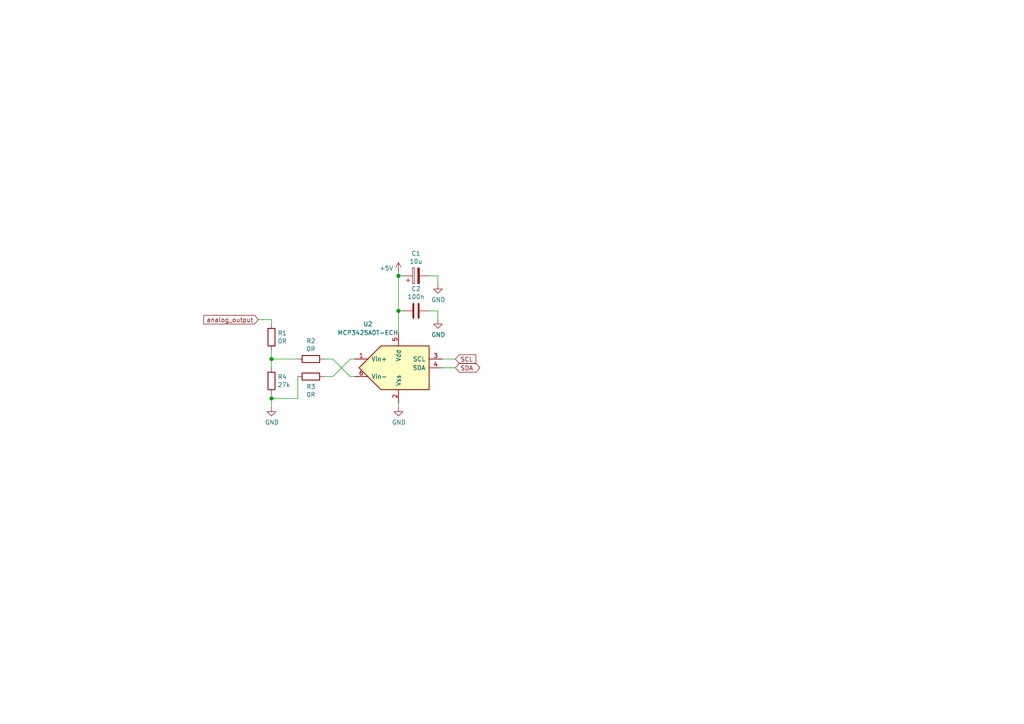
<source format=kicad_sch>
(kicad_sch (version 20231120) (generator "eeschema") (generator_version "8.0")
  (paper "A4")
  (lib_symbols
    (symbol "Analog_ADC:MCP3425A0T-ECH" (pin_names (offset 1.016))
      (property "Reference" "U" (at -10.16 7.62 0))
      (property "Value" "MCP3425A0T-ECH" (at 2.54 7.62 0))
      (symbol "MCP3425A0T-ECH_0_1"
        (polyline (pts (xy -5.08 6.35) (xy 8.89 6.35) (xy 8.89 0) (xy 8.89 -6.35) (xy -5.08 -6.35) (xy -11.43 0) (xy -5.08 6.35)) (stroke (width 0.254)) (fill (type background)))
      )
      (symbol "MCP3425A0T-ECH_1_1"
        (pin passive line (at -12.7 2.54 0) (length 3.81) (name "Vin+") (number "1"))
        (pin power_in line (at 0 -10.16 90) (length 3.81) (name "Vss") (number "2"))
        (pin input line (at 12.7 2.54 180) (length 3.81) (name "SCL") (number "3"))
        (pin bidirectional line (at 12.7 0 180) (length 3.81) (name "SDA") (number "4"))
        (pin power_in line (at 0 10.16 270) (length 3.81) (name "Vdd") (number "5"))
        (pin passive line (at -12.7 -2.54 0) (length 3.81) (name "Vin-") (number "6"))
      )
    )
    (symbol "Device:C" (pin_numbers hide) (pin_names (offset 0.254))
      (property "Reference" "C" (at 0.635 2.54 0))
      (property "Value" "C" (at 0.635 -2.54 0))
      (symbol "C_0_1"
        (polyline (pts (xy -2.032 -0.762) (xy 2.032 -0.762)) (stroke (width 0.508)))
        (polyline (pts (xy -2.032 0.762) (xy 2.032 0.762)) (stroke (width 0.508)))
      )
      (symbol "C_1_1"
        (pin passive line (at 0 3.81 270) (length 2.794) (name "~") (number "1"))
        (pin passive line (at 0 -3.81 90) (length 2.794) (name "~") (number "2"))
      )
    )
    (symbol "Device:CP" (pin_numbers hide) (pin_names (offset 0.254))
      (property "Reference" "C" (at 0.635 2.54 0))
      (property "Value" "CP" (at 0.635 -2.54 0))
      (symbol "CP_0_1"
        (rectangle (start -2.286 0.508) (end 2.286 1.016))
        (polyline (pts (xy -1.778 2.286) (xy -0.762 2.286)))
        (polyline (pts (xy -1.27 2.794) (xy -1.27 1.778)))
        (rectangle (start 2.286 -0.508) (end -2.286 -1.016) (fill (type outline)))
      )
      (symbol "CP_1_1"
        (pin passive line (at 0 3.81 270) (length 2.794) (name "~") (number "1"))
        (pin passive line (at 0 -3.81 90) (length 2.794) (name "~") (number "2"))
      )
    )
    (symbol "Device:R" (pin_numbers hide) (pin_names (offset 0))
      (property "Reference" "R" (at 2.032 0 90))
      (property "Value" "R" (at 0 0 90))
      (symbol "R_0_1"
        (rectangle (start -1.016 -2.54) (end 1.016 2.54) (stroke (width 0.254)))
      )
      (symbol "R_1_1"
        (pin passive line (at 0 3.81 270) (length 1.27) (name "~") (number "1"))
        (pin passive line (at 0 -3.81 90) (length 1.27) (name "~") (number "2"))
      )
    )
    (symbol "power:+5V" (power) (pin_names (offset 0))
      (property "Value" "+5V" (at 0 3.556 0))
      (symbol "+5V_0_1"
        (polyline (pts (xy -0.762 1.27) (xy 0 2.54)))
        (polyline (pts (xy 0 0) (xy 0 2.54)))
        (polyline (pts (xy 0 2.54) (xy 0.762 1.27)))
      )
      (symbol "+5V_1_1"
        (pin power_in line (at 0 0 90) (length 0) hide (name "+5V") (number "1"))
      )
    )
    (symbol "power:GND" (power) (pin_names (offset 0))
      (property "Value" "GND" (at 0 -3.81 0))
      (symbol "GND_0_1"
        (polyline (pts (xy 0 0) (xy 0 -1.27) (xy 1.27 -1.27) (xy 0 -2.54) (xy -1.27 -1.27) (xy 0 -1.27)))
      )
      (symbol "GND_1_1"
        (pin power_in line (at 0 0 270) (length 0) hide (name "GND") (number "1"))
      )
    )
  )
  (junction (at 115.57 80.01) (diameter 1.016))
  (junction (at 78.74 104.14) (diameter 1.016))
  (junction (at 115.57 90.17) (diameter 1.016))
  (junction (at 78.74 115.57) (diameter 1.016))
  (wire (pts (xy 86.36 109.22) (xy 86.36 115.57)))
  (wire (pts (xy 78.74 115.57) (xy 78.74 114.3)))
  (wire (pts (xy 78.74 92.71) (xy 74.93 92.71)))
  (wire (pts (xy 124.46 80.01) (xy 127 80.01)))
  (wire (pts (xy 93.98 109.22) (xy 96.52 109.22)))
  (wire (pts (xy 78.74 93.98) (xy 78.74 92.71)))
  (wire (pts (xy 101.6 104.14) (xy 96.52 109.22)))
  (wire (pts (xy 115.57 96.52) (xy 115.57 90.17)))
  (wire (pts (xy 127 90.17) (xy 127 92.71)))
  (wire (pts (xy 128.27 106.68) (xy 132.08 106.68)))
  (wire (pts (xy 96.52 104.14) (xy 101.6 109.22)))
  (wire (pts (xy 93.98 104.14) (xy 96.52 104.14)))
  (wire (pts (xy 78.74 104.14) (xy 78.74 101.6)))
  (wire (pts (xy 124.46 90.17) (xy 127 90.17)))
  (wire (pts (xy 116.84 80.01) (xy 115.57 80.01)))
  (wire (pts (xy 101.6 104.14) (xy 102.87 104.14)))
  (wire (pts (xy 115.57 78.74) (xy 115.57 80.01)))
  (wire (pts (xy 101.6 109.22) (xy 102.87 109.22)))
  (wire (pts (xy 86.36 115.57) (xy 78.74 115.57)))
  (wire (pts (xy 115.57 118.11) (xy 115.57 116.84)))
  (wire (pts (xy 78.74 104.14) (xy 78.74 106.68)))
  (wire (pts (xy 115.57 80.01) (xy 115.57 90.17)))
  (wire (pts (xy 127 80.01) (xy 127 82.55)))
  (wire (pts (xy 116.84 90.17) (xy 115.57 90.17)))
  (wire (pts (xy 86.36 104.14) (xy 78.74 104.14)))
  (wire (pts (xy 78.74 118.11) (xy 78.74 115.57)))
  (wire (pts (xy 128.27 104.14) (xy 132.08 104.14)))
  (global_label "analog_output" (shape input) (at 74.93 92.71 180) (property "Intersheetrefs" "${INTERSHEET_REFS}" (effects (hide yes))))
  (global_label "SCL" (shape input) (at 132.08 104.14 0) (property "Intersheetrefs" "${INTERSHEET_REFS}" (effects (hide yes))))
  (global_label "SDA" (shape bidirectional) (at 132.08 106.68 0) (property "Intersheetrefs" "${INTERSHEET_REFS}" (effects (hide yes))))
  (symbol (lib_id "Analog_ADC:MCP3425A0T-ECH") (at 115.57 106.68 0) (unit 1)
    (property "Reference" "U2" (at 106.68 93.98 0))
    (property "Value" "MCP3425A0T-ECH" (at 106.68 96.52 0))
    (property "Footprint" "Package_TO_SOT_SMD:SOT-23-6_Handsoldering" (effects (hide yes)))
    (property "Datasheet" "http://ww1.microchip.com/downloads/en/DeviceDoc/22072b.pdf" (effects (hide yes)))
  )
  (symbol (lib_id "Device:C") (at 120.65 90.17 270) (unit 1)
    (property "Reference" "C2" (at 120.65 83.7692 90))
    (property "Value" "100n" (at 120.65 86.0806 90))
    (property "Footprint" "Capacitor_SMD:C_0805_2012Metric" (effects (hide yes)))
    (property "LCSC" "C282732" (effects (hide yes)))
  )
  (symbol (lib_id "power:GND") (at 127 92.71 0) (unit 1)
    (property "Reference" "#PWR03" (effects (hide yes)))
    (property "Value" "GND" (at 127.127 97.1042 0))
  )
  (symbol (lib_id "power:+5V") (at 115.57 78.74 0) (unit 1)
    (property "Reference" "#PWR01" (effects (hide yes)))
    (property "Value" "+5V" (at 114.0968 77.8002 0) (effects (justify right)))
  )
  (symbol (lib_id "power:GND") (at 115.57 118.11 0) (unit 1)
    (property "Reference" "#PWR05" (effects (hide yes)))
    (property "Value" "GND" (at 115.697 122.5042 0))
  )
  (symbol (lib_id "Device:CP") (at 120.65 80.01 90) (unit 1)
    (property "Reference" "C1" (at 120.65 73.533 90))
    (property "Value" "10u" (at 120.65 75.8444 90))
    (property "Footprint" "Capacitor_Tantalum_SMD:CP_EIA-3528-21_Kemet-B" (effects (hide yes)))
  )
  (symbol (lib_id "Device:R") (at 90.17 104.14 270) (unit 1)
    (property "Reference" "R2" (at 90.17 98.8822 90))
    (property "Value" "0R" (at 90.17 101.1936 90))
    (property "Footprint" "Resistor_SMD:R_0805_2012Metric" (effects (hide yes)))
    (property "LCSC" "C17477" (effects (hide yes)))
  )
  (symbol (lib_id "Device:R") (at 90.17 109.22 270) (unit 1)
    (property "Reference" "R3" (at 90.17 112.141 90))
    (property "Value" "0R" (at 90.17 114.4524 90))
    (property "Footprint" "Resistor_SMD:R_0805_2012Metric" (effects (hide yes)))
    (property "LCSC" "C17477" (effects (hide yes)))
  )
  (symbol (lib_id "Device:R") (at 78.74 110.49 180) (unit 1)
    (property "Reference" "R4" (at 80.518 109.3216 0) (effects (justify right)))
    (property "Value" "27k" (at 80.518 111.633 0) (effects (justify right)))
    (property "Footprint" "Resistor_SMD:R_0805_2012Metric" (effects (hide yes)))
    (property "LCSC" "C17593" (effects (hide yes)))
  )
  (symbol (lib_id "Device:R") (at 78.74 97.79 180) (unit 1)
    (property "Reference" "R1" (at 80.518 96.6216 0) (effects (justify right)))
    (property "Value" "0R" (at 80.518 98.933 0) (effects (justify right)))
    (property "Footprint" "Resistor_SMD:R_0805_2012Metric" (effects (hide yes)))
    (property "LCSC" "C17477" (effects (hide yes)))
  )
  (symbol (lib_id "power:GND") (at 127 82.55 0) (unit 1)
    (property "Reference" "#PWR02" (effects (hide yes)))
    (property "Value" "GND" (at 127.127 86.9442 0))
  )
  (symbol (lib_id "power:GND") (at 78.74 118.11 0) (unit 1)
    (property "Reference" "#PWR04" (effects (hide yes)))
    (property "Value" "GND" (at 78.867 122.5042 0))
  )
)
</source>
